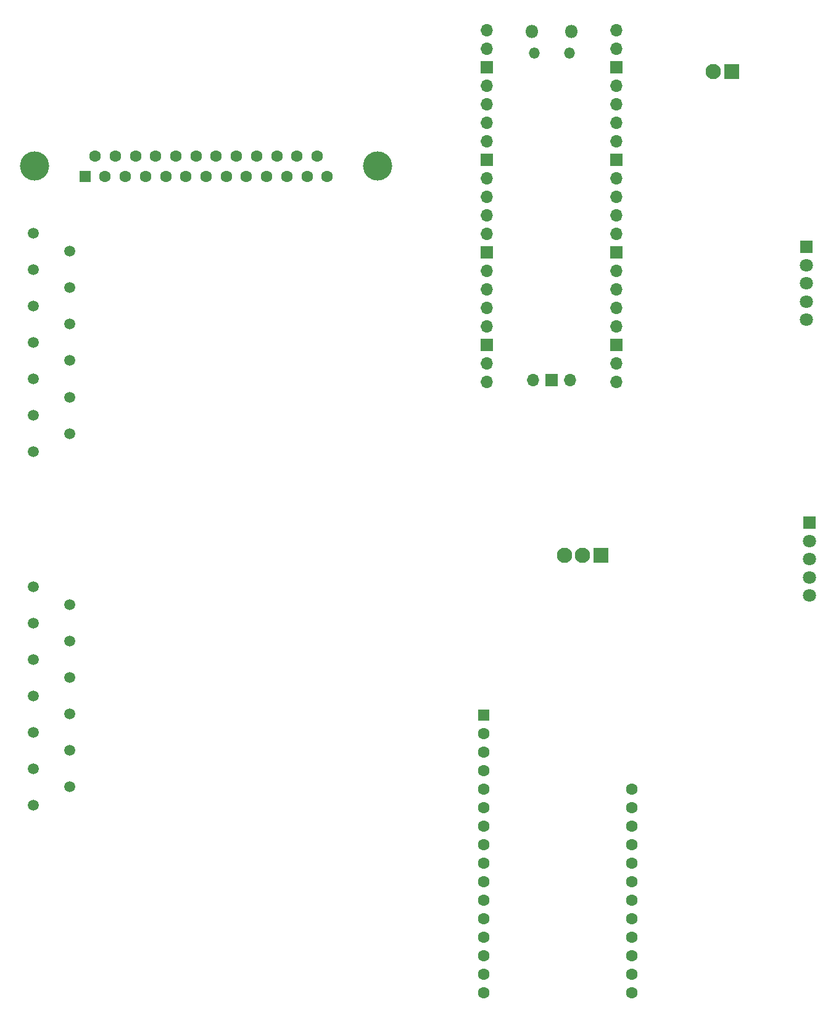
<source format=gbr>
%TF.GenerationSoftware,KiCad,Pcbnew,(6.0.7)*%
%TF.CreationDate,2022-09-16T15:15:22+01:00*%
%TF.ProjectId,iso_adc_cvm,69736f5f-6164-4635-9f63-766d2e6b6963,rev?*%
%TF.SameCoordinates,Original*%
%TF.FileFunction,Soldermask,Bot*%
%TF.FilePolarity,Negative*%
%FSLAX46Y46*%
G04 Gerber Fmt 4.6, Leading zero omitted, Abs format (unit mm)*
G04 Created by KiCad (PCBNEW (6.0.7)) date 2022-09-16 15:15:22*
%MOMM*%
%LPD*%
G01*
G04 APERTURE LIST*
%ADD10R,1.600000X1.600000*%
%ADD11C,1.600000*%
%ADD12C,4.000000*%
%ADD13C,1.500000*%
%ADD14R,2.100000X2.100000*%
%ADD15C,2.100000*%
%ADD16R,1.800000X1.800000*%
%ADD17C,1.800000*%
%ADD18O,1.800000X1.800000*%
%ADD19O,1.500000X1.500000*%
%ADD20O,1.700000X1.700000*%
%ADD21R,1.700000X1.700000*%
G04 APERTURE END LIST*
D10*
%TO.C,A1*%
X84947500Y-108650000D03*
D11*
X84947500Y-111190000D03*
X84947500Y-113730000D03*
X84947500Y-116270000D03*
X84947500Y-118810000D03*
X84947500Y-121350000D03*
X84947500Y-123890000D03*
X84947500Y-126430000D03*
X84947500Y-128970000D03*
X84947500Y-131510000D03*
X84947500Y-134050000D03*
X84947500Y-136590000D03*
X84947500Y-139130000D03*
X84947500Y-141670000D03*
X84947500Y-144210000D03*
X84947500Y-146750000D03*
X105267500Y-146750000D03*
X105267500Y-144210000D03*
X105267500Y-141670000D03*
X105267500Y-139130000D03*
X105267500Y-136590000D03*
X105267500Y-134050000D03*
X105267500Y-131510000D03*
X105267500Y-128970000D03*
X105267500Y-126430000D03*
X105267500Y-123890000D03*
X105267500Y-121350000D03*
X105267500Y-118810000D03*
%TD*%
D12*
%TO.C,J3*%
X23320000Y-33330000D03*
X70420000Y-33330000D03*
D10*
X30250000Y-34750000D03*
D11*
X33020000Y-34750000D03*
X35790000Y-34750000D03*
X38560000Y-34750000D03*
X41330000Y-34750000D03*
X44100000Y-34750000D03*
X46870000Y-34750000D03*
X49640000Y-34750000D03*
X52410000Y-34750000D03*
X55180000Y-34750000D03*
X57950000Y-34750000D03*
X60720000Y-34750000D03*
X63490000Y-34750000D03*
X31635000Y-31910000D03*
X34405000Y-31910000D03*
X37175000Y-31910000D03*
X39945000Y-31910000D03*
X42715000Y-31910000D03*
X45485000Y-31910000D03*
X48255000Y-31910000D03*
X51025000Y-31910000D03*
X53795000Y-31910000D03*
X56565000Y-31910000D03*
X59335000Y-31910000D03*
X62105000Y-31910000D03*
%TD*%
D13*
%TO.C,J1*%
X23125000Y-121000000D03*
X28125000Y-118500000D03*
X23125000Y-116000000D03*
X28125000Y-113500000D03*
X23125000Y-111000000D03*
X28125000Y-108500000D03*
X23125000Y-106000000D03*
X28125000Y-103500000D03*
X23125000Y-101000000D03*
X28125000Y-98500000D03*
X23125000Y-96000000D03*
X28125000Y-93500000D03*
X23125000Y-91000000D03*
%TD*%
D14*
%TO.C,J6*%
X101050000Y-86750000D03*
D15*
X98550000Y-86750000D03*
X96050000Y-86750000D03*
%TD*%
D16*
%TO.C,J4*%
X129700000Y-82233300D03*
D17*
X129700000Y-84733300D03*
X129700000Y-87233300D03*
X129700000Y-89733300D03*
X129700000Y-92233300D03*
%TD*%
D16*
%TO.C,J5*%
X129250000Y-44383300D03*
D17*
X129250000Y-46883300D03*
X129250000Y-49383300D03*
X129250000Y-51883300D03*
X129250000Y-54383300D03*
%TD*%
D18*
%TO.C,U1*%
X91575000Y-14800000D03*
D19*
X91875000Y-17830000D03*
D18*
X97025000Y-14800000D03*
D19*
X96725000Y-17830000D03*
D20*
X85410000Y-14670000D03*
X85410000Y-17210000D03*
D21*
X85410000Y-19750000D03*
D20*
X85410000Y-22290000D03*
X85410000Y-24830000D03*
X85410000Y-27370000D03*
X85410000Y-29910000D03*
D21*
X85410000Y-32450000D03*
D20*
X85410000Y-34990000D03*
X85410000Y-37530000D03*
X85410000Y-40070000D03*
X85410000Y-42610000D03*
D21*
X85410000Y-45150000D03*
D20*
X85410000Y-47690000D03*
X85410000Y-50230000D03*
X85410000Y-52770000D03*
X85410000Y-55310000D03*
D21*
X85410000Y-57850000D03*
D20*
X85410000Y-60390000D03*
X85410000Y-62930000D03*
X103190000Y-62930000D03*
X103190000Y-60390000D03*
D21*
X103190000Y-57850000D03*
D20*
X103190000Y-55310000D03*
X103190000Y-52770000D03*
X103190000Y-50230000D03*
X103190000Y-47690000D03*
D21*
X103190000Y-45150000D03*
D20*
X103190000Y-42610000D03*
X103190000Y-40070000D03*
X103190000Y-37530000D03*
X103190000Y-34990000D03*
D21*
X103190000Y-32450000D03*
D20*
X103190000Y-29910000D03*
X103190000Y-27370000D03*
X103190000Y-24830000D03*
X103190000Y-22290000D03*
D21*
X103190000Y-19750000D03*
D20*
X103190000Y-17210000D03*
X103190000Y-14670000D03*
X91760000Y-62700000D03*
D21*
X94300000Y-62700000D03*
D20*
X96840000Y-62700000D03*
%TD*%
D15*
%TO.C,J7*%
X116475000Y-20375000D03*
D14*
X118975000Y-20375000D03*
%TD*%
D13*
%TO.C,J2*%
X23125000Y-72500000D03*
X28125000Y-70000000D03*
X23125000Y-67500000D03*
X28125000Y-65000000D03*
X23125000Y-62500000D03*
X28125000Y-60000000D03*
X23125000Y-57500000D03*
X28125000Y-55000000D03*
X23125000Y-52500000D03*
X28125000Y-50000000D03*
X23125000Y-47500000D03*
X28125000Y-45000000D03*
X23125000Y-42500000D03*
%TD*%
M02*

</source>
